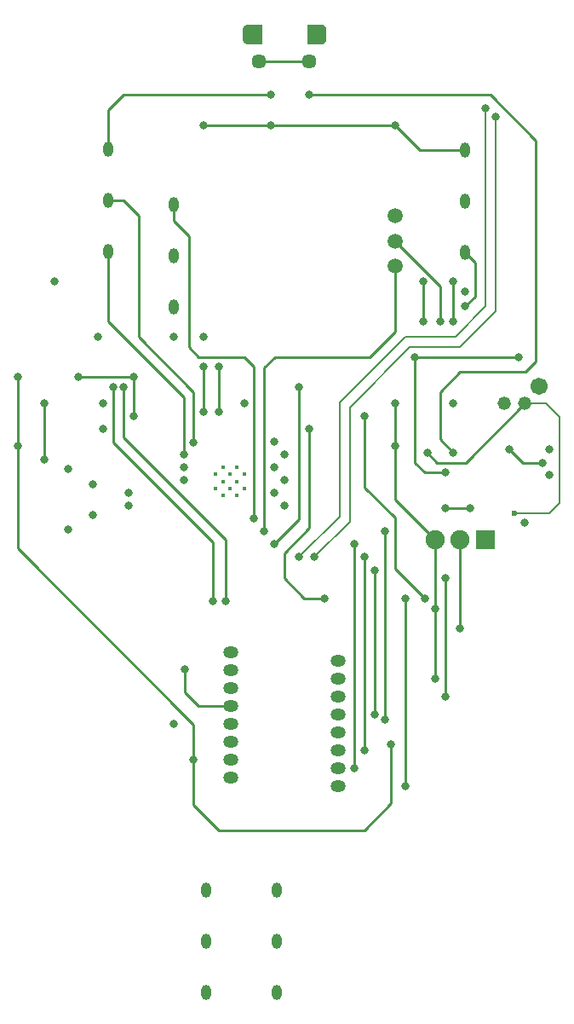
<source format=gbr>
%TF.GenerationSoftware,KiCad,Pcbnew,7.0.7*%
%TF.CreationDate,2023-11-26T12:29:05-07:00*%
%TF.ProjectId,mouse,6d6f7573-652e-46b6-9963-61645f706362,rev?*%
%TF.SameCoordinates,Original*%
%TF.FileFunction,Copper,L2,Bot*%
%TF.FilePolarity,Positive*%
%FSLAX46Y46*%
G04 Gerber Fmt 4.6, Leading zero omitted, Abs format (unit mm)*
G04 Created by KiCad (PCBNEW 7.0.7) date 2023-11-26 12:29:05*
%MOMM*%
%LPD*%
G01*
G04 APERTURE LIST*
%TA.AperFunction,EtchedComponent*%
%ADD10C,0.010000*%
%TD*%
%TA.AperFunction,ComponentPad*%
%ADD11O,1.500000X1.200000*%
%TD*%
%TA.AperFunction,ComponentPad*%
%ADD12O,1.000000X1.500000*%
%TD*%
%TA.AperFunction,ComponentPad*%
%ADD13C,1.500000*%
%TD*%
%TA.AperFunction,ComponentPad*%
%ADD14C,1.450000*%
%TD*%
%TA.AperFunction,ComponentPad*%
%ADD15O,1.200000X1.900000*%
%TD*%
%TA.AperFunction,ComponentPad*%
%ADD16C,0.400000*%
%TD*%
%TA.AperFunction,ComponentPad*%
%ADD17C,1.320800*%
%TD*%
%TA.AperFunction,ComponentPad*%
%ADD18C,1.701800*%
%TD*%
%TA.AperFunction,ComponentPad*%
%ADD19R,1.900000X1.900000*%
%TD*%
%TA.AperFunction,ComponentPad*%
%ADD20C,1.900000*%
%TD*%
%TA.AperFunction,ViaPad*%
%ADD21C,0.800000*%
%TD*%
%TA.AperFunction,ViaPad*%
%ADD22C,0.600000*%
%TD*%
%TA.AperFunction,Conductor*%
%ADD23C,0.250000*%
%TD*%
%TA.AperFunction,Conductor*%
%ADD24C,0.200000*%
%TD*%
G04 APERTURE END LIST*
%TO.C,J5*%
D10*
X224826000Y-33951000D02*
X224852000Y-33953000D01*
X224878000Y-33956000D01*
X224904000Y-33961000D01*
X224929000Y-33967000D01*
X224955000Y-33974000D01*
X224979000Y-33983000D01*
X225003000Y-33993000D01*
X225027000Y-34004000D01*
X225050000Y-34017000D01*
X225072000Y-34031000D01*
X225094000Y-34045000D01*
X225115000Y-34061000D01*
X225135000Y-34078000D01*
X225154000Y-34096000D01*
X225172000Y-34115000D01*
X225189000Y-34135000D01*
X225205000Y-34156000D01*
X225219000Y-34178000D01*
X225233000Y-34200000D01*
X225246000Y-34223000D01*
X225257000Y-34247000D01*
X225267000Y-34271000D01*
X225276000Y-34295000D01*
X225283000Y-34321000D01*
X225289000Y-34346000D01*
X225294000Y-34372000D01*
X225297000Y-34398000D01*
X225299000Y-34424000D01*
X225300000Y-34450000D01*
X225300000Y-35350000D01*
X225299000Y-35376000D01*
X225297000Y-35402000D01*
X225294000Y-35428000D01*
X225289000Y-35454000D01*
X225283000Y-35479000D01*
X225276000Y-35505000D01*
X225267000Y-35529000D01*
X225257000Y-35553000D01*
X225246000Y-35577000D01*
X225233000Y-35600000D01*
X225219000Y-35622000D01*
X225205000Y-35644000D01*
X225189000Y-35665000D01*
X225172000Y-35685000D01*
X225154000Y-35704000D01*
X225135000Y-35722000D01*
X225115000Y-35739000D01*
X225094000Y-35755000D01*
X225072000Y-35769000D01*
X225050000Y-35783000D01*
X225027000Y-35796000D01*
X225003000Y-35807000D01*
X224979000Y-35817000D01*
X224955000Y-35826000D01*
X224929000Y-35833000D01*
X224904000Y-35839000D01*
X224878000Y-35844000D01*
X224852000Y-35847000D01*
X224826000Y-35849000D01*
X224800000Y-35850000D01*
X223500000Y-35850000D01*
X223500000Y-33950000D01*
X224800000Y-33950000D01*
X224826000Y-33951000D01*
%TA.AperFunction,EtchedComponent*%
G36*
X224826000Y-33951000D02*
G01*
X224852000Y-33953000D01*
X224878000Y-33956000D01*
X224904000Y-33961000D01*
X224929000Y-33967000D01*
X224955000Y-33974000D01*
X224979000Y-33983000D01*
X225003000Y-33993000D01*
X225027000Y-34004000D01*
X225050000Y-34017000D01*
X225072000Y-34031000D01*
X225094000Y-34045000D01*
X225115000Y-34061000D01*
X225135000Y-34078000D01*
X225154000Y-34096000D01*
X225172000Y-34115000D01*
X225189000Y-34135000D01*
X225205000Y-34156000D01*
X225219000Y-34178000D01*
X225233000Y-34200000D01*
X225246000Y-34223000D01*
X225257000Y-34247000D01*
X225267000Y-34271000D01*
X225276000Y-34295000D01*
X225283000Y-34321000D01*
X225289000Y-34346000D01*
X225294000Y-34372000D01*
X225297000Y-34398000D01*
X225299000Y-34424000D01*
X225300000Y-34450000D01*
X225300000Y-35350000D01*
X225299000Y-35376000D01*
X225297000Y-35402000D01*
X225294000Y-35428000D01*
X225289000Y-35454000D01*
X225283000Y-35479000D01*
X225276000Y-35505000D01*
X225267000Y-35529000D01*
X225257000Y-35553000D01*
X225246000Y-35577000D01*
X225233000Y-35600000D01*
X225219000Y-35622000D01*
X225205000Y-35644000D01*
X225189000Y-35665000D01*
X225172000Y-35685000D01*
X225154000Y-35704000D01*
X225135000Y-35722000D01*
X225115000Y-35739000D01*
X225094000Y-35755000D01*
X225072000Y-35769000D01*
X225050000Y-35783000D01*
X225027000Y-35796000D01*
X225003000Y-35807000D01*
X224979000Y-35817000D01*
X224955000Y-35826000D01*
X224929000Y-35833000D01*
X224904000Y-35839000D01*
X224878000Y-35844000D01*
X224852000Y-35847000D01*
X224826000Y-35849000D01*
X224800000Y-35850000D01*
X223500000Y-35850000D01*
X223500000Y-33950000D01*
X224800000Y-33950000D01*
X224826000Y-33951000D01*
G37*
%TD.AperFunction*%
X218900000Y-35850000D02*
X217600000Y-35850000D01*
X217574000Y-35849000D01*
X217548000Y-35847000D01*
X217522000Y-35844000D01*
X217496000Y-35839000D01*
X217471000Y-35833000D01*
X217445000Y-35826000D01*
X217421000Y-35817000D01*
X217397000Y-35807000D01*
X217373000Y-35796000D01*
X217350000Y-35783000D01*
X217328000Y-35769000D01*
X217306000Y-35755000D01*
X217285000Y-35739000D01*
X217265000Y-35722000D01*
X217246000Y-35704000D01*
X217228000Y-35685000D01*
X217211000Y-35665000D01*
X217195000Y-35644000D01*
X217181000Y-35622000D01*
X217167000Y-35600000D01*
X217154000Y-35577000D01*
X217143000Y-35553000D01*
X217133000Y-35529000D01*
X217124000Y-35505000D01*
X217117000Y-35479000D01*
X217111000Y-35454000D01*
X217106000Y-35428000D01*
X217103000Y-35402000D01*
X217101000Y-35376000D01*
X217100000Y-35350000D01*
X217100000Y-34450000D01*
X217101000Y-34424000D01*
X217103000Y-34398000D01*
X217106000Y-34372000D01*
X217111000Y-34346000D01*
X217117000Y-34321000D01*
X217124000Y-34295000D01*
X217133000Y-34271000D01*
X217143000Y-34247000D01*
X217154000Y-34223000D01*
X217167000Y-34200000D01*
X217181000Y-34178000D01*
X217195000Y-34156000D01*
X217211000Y-34135000D01*
X217228000Y-34115000D01*
X217246000Y-34096000D01*
X217265000Y-34078000D01*
X217285000Y-34061000D01*
X217306000Y-34045000D01*
X217328000Y-34031000D01*
X217350000Y-34017000D01*
X217373000Y-34004000D01*
X217397000Y-33993000D01*
X217421000Y-33983000D01*
X217445000Y-33974000D01*
X217471000Y-33967000D01*
X217496000Y-33961000D01*
X217522000Y-33956000D01*
X217548000Y-33953000D01*
X217574000Y-33951000D01*
X217600000Y-33950000D01*
X218900000Y-33950000D01*
X218900000Y-35850000D01*
%TA.AperFunction,EtchedComponent*%
G36*
X218900000Y-35850000D02*
G01*
X217600000Y-35850000D01*
X217574000Y-35849000D01*
X217548000Y-35847000D01*
X217522000Y-35844000D01*
X217496000Y-35839000D01*
X217471000Y-35833000D01*
X217445000Y-35826000D01*
X217421000Y-35817000D01*
X217397000Y-35807000D01*
X217373000Y-35796000D01*
X217350000Y-35783000D01*
X217328000Y-35769000D01*
X217306000Y-35755000D01*
X217285000Y-35739000D01*
X217265000Y-35722000D01*
X217246000Y-35704000D01*
X217228000Y-35685000D01*
X217211000Y-35665000D01*
X217195000Y-35644000D01*
X217181000Y-35622000D01*
X217167000Y-35600000D01*
X217154000Y-35577000D01*
X217143000Y-35553000D01*
X217133000Y-35529000D01*
X217124000Y-35505000D01*
X217117000Y-35479000D01*
X217111000Y-35454000D01*
X217106000Y-35428000D01*
X217103000Y-35402000D01*
X217101000Y-35376000D01*
X217100000Y-35350000D01*
X217100000Y-34450000D01*
X217101000Y-34424000D01*
X217103000Y-34398000D01*
X217106000Y-34372000D01*
X217111000Y-34346000D01*
X217117000Y-34321000D01*
X217124000Y-34295000D01*
X217133000Y-34271000D01*
X217143000Y-34247000D01*
X217154000Y-34223000D01*
X217167000Y-34200000D01*
X217181000Y-34178000D01*
X217195000Y-34156000D01*
X217211000Y-34135000D01*
X217228000Y-34115000D01*
X217246000Y-34096000D01*
X217265000Y-34078000D01*
X217285000Y-34061000D01*
X217306000Y-34045000D01*
X217328000Y-34031000D01*
X217350000Y-34017000D01*
X217373000Y-34004000D01*
X217397000Y-33993000D01*
X217421000Y-33983000D01*
X217445000Y-33974000D01*
X217471000Y-33967000D01*
X217496000Y-33961000D01*
X217522000Y-33956000D01*
X217548000Y-33953000D01*
X217574000Y-33951000D01*
X217600000Y-33950000D01*
X218900000Y-33950000D01*
X218900000Y-35850000D01*
G37*
%TD.AperFunction*%
%TD*%
D11*
%TO.P,PAW1,1,NC1*%
%TO.N,unconnected-(PAW1-NC1-Pad1)*%
X215850000Y-96247500D03*
%TO.P,PAW1,2,NC2*%
%TO.N,unconnected-(PAW1-NC2-Pad2)*%
X215850000Y-98027500D03*
%TO.P,PAW1,3,GND*%
%TO.N,GND*%
X215850000Y-99807500D03*
%TO.P,PAW1,4,VDD*%
%TO.N,PWR_1.9V*%
X215850000Y-101587500D03*
%TO.P,PAW1,5,VDDREG*%
%TO.N,VDDREG*%
X215850000Y-103367500D03*
%TO.P,PAW1,6,NC6*%
%TO.N,unconnected-(PAW1-NC6-Pad6)*%
X215850000Y-105147500D03*
%TO.P,PAW1,7,VDDIO*%
%TO.N,PWR_3.3V*%
X215850000Y-106927500D03*
%TO.P,PAW1,8,GNDIO*%
%TO.N,GND1*%
X215850000Y-108707500D03*
%TO.P,PAW1,9,MOTION*%
%TO.N,MOTION*%
X226550000Y-109597500D03*
%TO.P,PAW1,10,SCLK*%
%TO.N,SCLK*%
X226550000Y-107817500D03*
%TO.P,PAW1,11,MOSI*%
%TO.N,MOSI*%
X226550000Y-106037500D03*
%TO.P,PAW1,12,MISO*%
%TO.N,MISO*%
X226550000Y-104257500D03*
%TO.P,PAW1,13,NCS*%
%TO.N,NCS*%
X226550000Y-102477500D03*
%TO.P,PAW1,14,NRESET*%
%TO.N,NRESET*%
X226550000Y-100697500D03*
%TO.P,PAW1,15,LED_P*%
%TO.N,LED_P*%
X226550000Y-98917500D03*
%TO.P,PAW1,16,NC16*%
%TO.N,unconnected-(PAW1-NC16-Pad16)*%
X226550000Y-97137500D03*
%TD*%
D12*
%TO.P,SMB5,1,COM*%
%TO.N,SW4_COM_OFF*%
X213450000Y-119870000D03*
%TO.P,SMB5,2,NO*%
%TO.N,PWR_3.3V_OFF*%
X213450000Y-124950000D03*
%TO.P,SMB5,3,NC*%
%TO.N,GND_OFF*%
X213450000Y-130030000D03*
%TD*%
%TO.P,MMB1,3,NC*%
%TO.N,GND*%
X210200000Y-62030000D03*
%TO.P,MMB1,2,NO*%
%TO.N,SW5_NO*%
X210200000Y-56950000D03*
%TO.P,MMB1,1,COM*%
%TO.N,SCROLL_CLICK*%
X210200000Y-51870000D03*
%TD*%
D13*
%TO.P,ENC1,1,A*%
%TO.N,SCROLL_UP*%
X232200000Y-57950000D03*
%TO.P,ENC1,2,B*%
%TO.N,SCROLL_DOWN*%
X232200000Y-55450000D03*
%TO.P,ENC1,3,COM*%
%TO.N,GND*%
X232200000Y-52950000D03*
%TD*%
D14*
%TO.P,J5,SH1,SHIELD1*%
%TO.N,GND*%
X223700000Y-37600000D03*
%TO.P,J5,SH2,SHIELD2*%
X218700000Y-37600000D03*
D15*
%TO.P,J5,SH3,SHIELD3*%
%TO.N,unconnected-(J5-SHIELD3-PadSH3)*%
X224700000Y-34900000D03*
%TO.P,J5,SH6,SHIELD6*%
%TO.N,unconnected-(J5-SHIELD6-PadSH6)*%
X217700000Y-34900000D03*
%TD*%
D12*
%TO.P,LMB1,1,COM*%
%TO.N,GND*%
X203700000Y-46370000D03*
%TO.P,LMB1,2,NO*%
%TO.N,SW1_NO*%
X203700000Y-51450000D03*
%TO.P,LMB1,3,NC*%
%TO.N,SW1_NC*%
X203700000Y-56530000D03*
%TD*%
%TO.P,RMB1,1,COM*%
%TO.N,GND*%
X239200000Y-46440000D03*
%TO.P,RMB1,2,NO*%
%TO.N,SW2_NO*%
X239200000Y-51520000D03*
%TO.P,RMB1,3,NC*%
%TO.N,SW2_NC*%
X239200000Y-56600000D03*
%TD*%
%TO.P,SMB4,1,COM*%
%TO.N,SW3_COM_OFF*%
X220450000Y-119870000D03*
%TO.P,SMB4,2,NO*%
%TO.N,PWR_3.3V_OFF*%
X220450000Y-124950000D03*
%TO.P,SMB4,3,NC*%
%TO.N,GND_OFF*%
X220450000Y-130030000D03*
%TD*%
D16*
%TO.P,ESP1,41_21*%
%TO.N,N/C*%
X216500000Y-80720000D03*
%TO.P,ESP1,41_20*%
X215100000Y-80720000D03*
%TO.P,ESP1,41_19*%
X217200000Y-80020000D03*
%TO.P,ESP1,41_18*%
X215800000Y-80020000D03*
%TO.P,ESP1,41_17*%
X214400000Y-80020000D03*
%TO.P,ESP1,41_16*%
X216500000Y-79320000D03*
%TO.P,ESP1,41_15*%
X215100000Y-79320000D03*
%TO.P,ESP1,41_14*%
X217200000Y-78620000D03*
%TO.P,ESP1,41_13*%
X215800000Y-78620000D03*
%TO.P,ESP1,41_12*%
X214400000Y-78620000D03*
%TO.P,ESP1,41_11*%
X216500000Y-77920000D03*
%TO.P,ESP1,41_10*%
X215100000Y-77920000D03*
%TD*%
D17*
%TO.P,J2,1,1*%
%TO.N,+BATT*%
X245075001Y-71600000D03*
%TO.P,J2,2,2*%
%TO.N,GND*%
X243074999Y-71600000D03*
D18*
%TO.P,J2,3*%
%TO.N,N/C*%
X246575000Y-69900000D03*
%TD*%
D19*
%TO.P,S4,1*%
%TO.N,PWR_EN*%
X241200000Y-85120000D03*
D20*
%TO.P,S4,2*%
%TO.N,PWR_OUT*%
X238700000Y-85120000D03*
%TO.P,S4,3*%
%TO.N,GND*%
X236200000Y-85120000D03*
%TD*%
D21*
%TO.N,SW2_NC*%
X239200000Y-61950000D03*
%TO.N,SW2_NO*%
X239200000Y-60450000D03*
%TO.N,SW2_NC*%
X214700000Y-67950000D03*
X214700000Y-72450000D03*
%TO.N,GND*%
X237995400Y-63450000D03*
X237995400Y-59450000D03*
%TO.N,PWR_3.3V*%
X235020000Y-59450000D03*
X235020000Y-63450000D03*
%TO.N,SW2_NO*%
X213200000Y-67950000D03*
X213200000Y-72450000D03*
%TO.N,GND*%
X219900000Y-40950000D03*
%TO.N,USB_D-*%
X241200000Y-42285000D03*
%TO.N,USB_D+*%
X242200000Y-43130000D03*
%TO.N,SW3_COM*%
X215395000Y-91225500D03*
%TO.N,SW4_COM*%
X214125000Y-91225500D03*
%TO.N,SW2_NC*%
X211200000Y-79220000D03*
%TO.N,PWR_3.3V*%
X206200000Y-68950000D03*
%TO.N,PWR_OUT*%
X238700000Y-93950000D03*
%TO.N,PWR_3.3V*%
X231840000Y-105450000D03*
%TO.N,PWR_1.9V_EN*%
X229200000Y-72870000D03*
X235200000Y-90950000D03*
%TO.N,GND*%
X236200000Y-91950000D03*
%TO.N,NRESET*%
X237200000Y-88950000D03*
%TO.N,PWR_1.9V*%
X211337500Y-97950000D03*
%TO.N,+BATT*%
X235404600Y-76450000D03*
%TO.N,VBUS*%
X237995400Y-76450000D03*
%TO.N,GND*%
X232200000Y-75810000D03*
X237995400Y-71600000D03*
%TO.N,PWR_3.3V*%
X244520000Y-66950000D03*
%TO.N,VDDREG*%
X210200000Y-103367500D03*
D22*
%TO.N,+BATT*%
X244075000Y-82450000D03*
D21*
%TO.N,VBUS*%
X246850500Y-77450000D03*
X243575000Y-76130000D03*
X223700000Y-40950000D03*
%TO.N,Net-(C12-Pad2)*%
X202200000Y-79620000D03*
X199700000Y-78120000D03*
%TO.N,Net-(C13-Pad2)*%
X199700000Y-84120000D03*
X202200000Y-82620000D03*
%TO.N,EN*%
X203200000Y-74140000D03*
%TO.N,SW1_NO*%
X212200000Y-75450000D03*
%TO.N,SW1_NC*%
X211200000Y-76680000D03*
%TO.N,SW2_NO*%
X211200000Y-77950000D03*
%TO.N,SCROLL_UP*%
X219200000Y-84300000D03*
%TO.N,SCROLL_DOWN*%
X236700000Y-63450000D03*
X220200000Y-85570000D03*
X222700000Y-69950000D03*
%TO.N,SW3_COM*%
X205200000Y-69950000D03*
%TO.N,SW4_COM*%
X204187701Y-69962299D03*
%TO.N,XTAL1*%
X205700000Y-80490000D03*
%TO.N,XTAL2*%
X205700000Y-81760000D03*
%TO.N,SCROLL_CLICK*%
X218200000Y-83030000D03*
%TO.N,USB_D-*%
X222700000Y-86840000D03*
%TO.N,USB_D+*%
X224200000Y-86840000D03*
%TO.N,NCS*%
X230200000Y-88120000D03*
X230200000Y-102450000D03*
%TO.N,MOSI*%
X229200000Y-86840000D03*
X229200000Y-106037500D03*
%TO.N,SCLK*%
X228200000Y-85570000D03*
X228200000Y-107817500D03*
%TO.N,MISO*%
X231200000Y-84300000D03*
X231200000Y-102950000D03*
%TO.N,NRESET*%
X237200000Y-100697500D03*
%TO.N,TCK*%
X221200000Y-81760000D03*
%TO.N,TDO*%
X220200000Y-80490000D03*
%TO.N,TDI*%
X221200000Y-79220000D03*
%TO.N,TMS*%
X220200000Y-77950000D03*
%TO.N,RXD0*%
X221200000Y-76680000D03*
%TO.N,TXD0*%
X220240000Y-75410000D03*
%TO.N,MOTION*%
X233200000Y-90950000D03*
X223700000Y-74140000D03*
X225200000Y-90950000D03*
X233200000Y-109597500D03*
%TO.N,PWR_OUT*%
X245075000Y-83450000D03*
%TO.N,GND*%
X237200000Y-81950000D03*
X239700000Y-81950000D03*
X213200000Y-43950000D03*
X247575000Y-76130000D03*
X217200000Y-71600000D03*
X202700000Y-64950000D03*
X197380000Y-71600000D03*
X219900000Y-43950000D03*
X197380000Y-77120000D03*
X236200000Y-98950000D03*
X247575000Y-78709999D03*
X213200000Y-64950000D03*
X203200000Y-71600000D03*
X232200000Y-43950000D03*
X232200000Y-71600000D03*
X210200000Y-64950000D03*
%TO.N,PWR_3.3V*%
X237200000Y-78450000D03*
X206200000Y-72870000D03*
X194700000Y-68950000D03*
X198380000Y-59450000D03*
X194700000Y-75770000D03*
X212200000Y-106950000D03*
X200700000Y-68950000D03*
X234200000Y-66950000D03*
%TD*%
D23*
%TO.N,+BATT*%
X235404600Y-76450000D02*
X236404600Y-77450000D01*
X236404600Y-77450000D02*
X239200000Y-77450000D01*
%TO.N,GND*%
X203700000Y-42450000D02*
X203700000Y-46370000D01*
X205200000Y-40950000D02*
X203700000Y-42450000D01*
X219900000Y-40950000D02*
X205200000Y-40950000D01*
%TO.N,VBUS*%
X245200000Y-68450000D02*
X238700000Y-68450000D01*
X246200000Y-67450000D02*
X245200000Y-68450000D01*
X246200000Y-45450000D02*
X246200000Y-67450000D01*
X241700000Y-40950000D02*
X246200000Y-45450000D01*
X223700000Y-40950000D02*
X241700000Y-40950000D01*
X236700000Y-70450000D02*
X236700000Y-75154600D01*
X236700000Y-75154600D02*
X237995400Y-76450000D01*
X238700000Y-68450000D02*
X236700000Y-70450000D01*
%TO.N,PWR_3.3V*%
X194700000Y-85950000D02*
X194700000Y-75770000D01*
X212200000Y-103450000D02*
X194700000Y-85950000D01*
X212200000Y-106950000D02*
X212200000Y-103450000D01*
%TO.N,SCROLL_DOWN*%
X236700000Y-63450000D02*
X236700000Y-59950000D01*
X236700000Y-59950000D02*
X232200000Y-55450000D01*
%TO.N,SW2_NC*%
X240200000Y-60950000D02*
X240200000Y-57600000D01*
X240200000Y-57600000D02*
X239200000Y-56600000D01*
X239200000Y-61950000D02*
X240200000Y-60950000D01*
%TO.N,GND*%
X237995400Y-59450000D02*
X237995400Y-63450000D01*
%TO.N,PWR_3.3V*%
X235020000Y-59450000D02*
X235020000Y-63450000D01*
%TO.N,SCROLL_DOWN*%
X222700000Y-69950000D02*
X222700000Y-83070000D01*
X222700000Y-83070000D02*
X220200000Y-85570000D01*
%TO.N,MOTION*%
X223200000Y-90950000D02*
X225200000Y-90950000D01*
X221200000Y-88950000D02*
X223200000Y-90950000D01*
X221200000Y-86450000D02*
X221200000Y-88950000D01*
X223700000Y-83950000D02*
X221200000Y-86450000D01*
X223700000Y-74140000D02*
X223700000Y-83950000D01*
%TO.N,SW2_NC*%
X214700000Y-72450000D02*
X214700000Y-67950000D01*
%TO.N,SCROLL_UP*%
X232200000Y-64450000D02*
X232200000Y-57950000D01*
X229700000Y-66950000D02*
X232200000Y-64450000D01*
X220259337Y-66950000D02*
X229700000Y-66950000D01*
X219200000Y-68009337D02*
X220259337Y-66950000D01*
X219200000Y-84300000D02*
X219200000Y-68009337D01*
D24*
%TO.N,USB_D-*%
X238200000Y-64950000D02*
X241200000Y-61950000D01*
X241200000Y-61950000D02*
X241200000Y-42285000D01*
X226700000Y-82840000D02*
X226700000Y-71450000D01*
X233200000Y-64950000D02*
X238200000Y-64950000D01*
X222700000Y-86840000D02*
X226700000Y-82840000D01*
X226700000Y-71450000D02*
X233200000Y-64950000D01*
%TO.N,USB_D+*%
X227700000Y-83340000D02*
X224200000Y-86840000D01*
X227700000Y-71950000D02*
X227700000Y-83340000D01*
X233700000Y-65950000D02*
X227700000Y-71950000D01*
X238700000Y-65950000D02*
X233700000Y-65950000D01*
X242200000Y-62450000D02*
X238700000Y-65950000D01*
X242200000Y-43130000D02*
X242200000Y-62450000D01*
D23*
%TO.N,SW2_NO*%
X213200000Y-72450000D02*
X213200000Y-67950000D01*
%TO.N,SW1_NC*%
X203700000Y-63450000D02*
X203700000Y-56530000D01*
X211200000Y-70950000D02*
X203700000Y-63450000D01*
X211200000Y-76680000D02*
X211200000Y-70950000D01*
%TO.N,SW1_NO*%
X205200000Y-51450000D02*
X203700000Y-51450000D01*
X212200000Y-70450000D02*
X206700000Y-64950000D01*
X212200000Y-75450000D02*
X212200000Y-70450000D01*
X206700000Y-64950000D02*
X206700000Y-52950000D01*
X206700000Y-52950000D02*
X205200000Y-51450000D01*
%TO.N,SCROLL_CLICK*%
X211700000Y-54950000D02*
X210200000Y-53450000D01*
X211700000Y-65950000D02*
X211700000Y-54950000D01*
X210200000Y-53450000D02*
X210200000Y-51870000D01*
X218200000Y-67950000D02*
X217200000Y-66950000D01*
X217200000Y-66950000D02*
X212700000Y-66950000D01*
X218200000Y-83030000D02*
X218200000Y-67950000D01*
X212700000Y-66950000D02*
X211700000Y-65950000D01*
%TO.N,PWR_3.3V*%
X194700000Y-75770000D02*
X194700000Y-68950000D01*
X206200000Y-68950000D02*
X206200000Y-72870000D01*
%TO.N,GND*%
X219900000Y-43950000D02*
X213200000Y-43950000D01*
%TO.N,PWR_1.9V_EN*%
X229200000Y-79950000D02*
X232200000Y-82950000D01*
X232200000Y-82950000D02*
X232200000Y-87950000D01*
X232200000Y-87950000D02*
X235200000Y-90950000D01*
X229200000Y-72870000D02*
X229200000Y-79950000D01*
%TO.N,GND*%
X234690000Y-46440000D02*
X232200000Y-43950000D01*
X239200000Y-46440000D02*
X234690000Y-46440000D01*
X232200000Y-43950000D02*
X219900000Y-43950000D01*
%TO.N,SW4_COM*%
X214125000Y-85375000D02*
X214125000Y-91225500D01*
X204187701Y-69962299D02*
X204187701Y-75437701D01*
X204187701Y-75437701D02*
X214125000Y-85375000D01*
%TO.N,SW3_COM*%
X215395000Y-85145000D02*
X215395000Y-91225500D01*
X205200000Y-74950000D02*
X215395000Y-85145000D01*
X205200000Y-69950000D02*
X205200000Y-74950000D01*
%TO.N,SW4_COM*%
X214132347Y-91218153D02*
X214125000Y-91225500D01*
%TO.N,PWR_3.3V*%
X206200000Y-68950000D02*
X200700000Y-68950000D01*
X200700000Y-68749999D02*
X200713605Y-68763604D01*
%TO.N,GND*%
X232200000Y-71600000D02*
X232200000Y-75810000D01*
X232200000Y-81120000D02*
X236200000Y-85120000D01*
X232200000Y-75810000D02*
X232200000Y-81120000D01*
%TO.N,+BATT*%
X239225001Y-77450000D02*
X245075001Y-71600000D01*
%TO.N,PWR_3.3V*%
X237200000Y-78450000D02*
X235200000Y-78450000D01*
X235200000Y-78450000D02*
X234200000Y-77450000D01*
X234200000Y-77450000D02*
X234200000Y-66950000D01*
X234200000Y-66950000D02*
X244520000Y-66950000D01*
%TO.N,PWR_OUT*%
X238700000Y-85120000D02*
X238700000Y-93950000D01*
%TO.N,PWR_3.3V*%
X231840000Y-111310000D02*
X231840000Y-105450000D01*
X229200000Y-113950000D02*
X231840000Y-111310000D01*
X214700000Y-113950000D02*
X229200000Y-113950000D01*
X212200000Y-111450000D02*
X214700000Y-113950000D01*
X212200000Y-106950000D02*
X212200000Y-111450000D01*
X231700000Y-105590000D02*
X231840000Y-105450000D01*
%TO.N,MOTION*%
X233200000Y-109597500D02*
X233200000Y-90950000D01*
%TO.N,GND*%
X236200000Y-91950000D02*
X236200000Y-85120000D01*
X236200000Y-98950000D02*
X236200000Y-91950000D01*
%TO.N,NRESET*%
X237200000Y-88950000D02*
X237200000Y-100697500D01*
%TO.N,PWR_1.9V*%
X211337500Y-97950000D02*
X211337500Y-100268750D01*
X211337500Y-100268750D02*
X212656250Y-101587500D01*
X212656250Y-101587500D02*
X215850000Y-101587500D01*
D24*
%TO.N,+BATT*%
X247575000Y-82450000D02*
X248575000Y-81450000D01*
X244075000Y-82450000D02*
X247575000Y-82450000D01*
X248575000Y-72950000D02*
X247225000Y-71600000D01*
X248575000Y-81450000D02*
X248575000Y-72950000D01*
X247225000Y-71600000D02*
X245075001Y-71600000D01*
D23*
%TO.N,VBUS*%
X246850500Y-77450000D02*
X244895000Y-77450000D01*
X244895000Y-77450000D02*
X243575000Y-76130000D01*
%TO.N,NCS*%
X230200000Y-88120000D02*
X230200000Y-102450000D01*
%TO.N,MOSI*%
X229200000Y-86840000D02*
X229200000Y-105950000D01*
X229218245Y-86583510D02*
X229200000Y-86601755D01*
%TO.N,SCLK*%
X228200000Y-85570000D02*
X228200000Y-107950000D01*
%TO.N,MISO*%
X231200000Y-84300000D02*
X231200000Y-102950000D01*
%TO.N,GND*%
X197380000Y-71620000D02*
X197380000Y-77120000D01*
X197400000Y-71600000D02*
X197380000Y-71620000D01*
X218700000Y-37600000D02*
X223700000Y-37600000D01*
X239700000Y-81950000D02*
X237200000Y-81950000D01*
%TD*%
M02*

</source>
